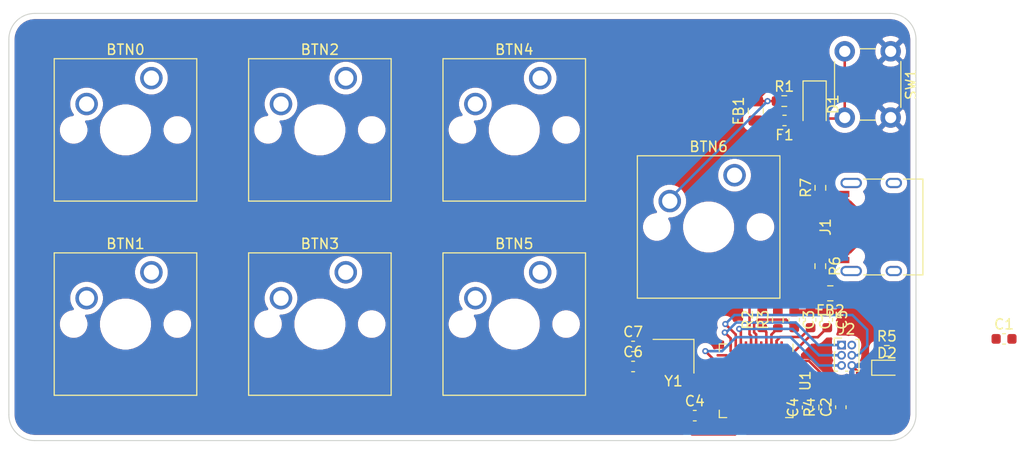
<source format=kicad_pcb>
(kicad_pcb (version 20171130) (host pcbnew 5.1.7-a382d34a8~88~ubuntu20.04.1)
  (layers (0 F.Cu signal) (31 B.Cu signal) (34 B.Paste user hide) (35 F.Paste user hide) (36 B.SilkS user hide) (37 F.SilkS user hide) (38 B.Mask user hide) (39 F.Mask user hide) (44 Edge.Cuts user))
  (net 0 "")
  (net 1 BTN0)
  (net 2 BTN1)
  (net 3 BTN2)
  (net 4 BTN3)
  (net 5 BTN4)
  (net 6 BTN5)
  (net 7 BTN6)
  (net 8 GND)
  (net 9 "Net-(C2-Pad2)")
  (net 10 "Net-(C3-Pad2)")
  (net 11 HSE_IN)
  (net 12 HSE_OUT)
  (net 13 RESET)
  (net 14 "Net-(D2-Pad2)")
  (net 15 USB_D+)
  (net 16 USB_D-)
  (net 17 "Net-(F1-Pad2)")
  (net 18 "Net-(FB2-Pad1)")
  (net 19 "Net-(J1-PadB5)")
  (net 20 "Net-(J1-PadA8)")
  (net 21 "Net-(J1-PadA5)")
  (net 22 "Net-(J1-PadB8)")
  (net 23 MISO)
  (net 24 MOSI)
  (net 25 "Net-(R2-Pad1)")
  (net 26 "Net-(R3-Pad1)")
  (net 27 "Net-(R4-Pad1)")
  (net 28 "Net-(R5-Pad1)")
  (net 29 "Net-(U1-Pad1)")
  (net 30 SCLK)
  (net 31 "Net-(U1-Pad12)")
  (net 32 "Net-(U1-Pad27)")
  (net 33 "Net-(U1-Pad28)")
  (net 34 "Net-(U1-Pad29)")
  (net 35 "Net-(U1-Pad30)")
  (net 36 "Net-(U1-Pad31)")
  (net 37 "Net-(U1-Pad32)")
  (net 38 "Net-(U1-Pad36)")
  (net 39 "Net-(U1-Pad37)")
  (net 40 "Net-(U1-Pad38)")
  (net 41 "Net-(U1-Pad39)")
  (net 42 "Net-(U1-Pad40)")
  (net 43 "Net-(U1-Pad41)")
  (net 44 +5V)
  (net 45 VBUS)
  (module Resistor_SMD:R_0603_1608Metric (layer F.Cu) (at 140.65206 87.72144)
    (fp_text reference R5 (at 0 -1.43) (layer F.SilkS))
    (fp_text value 1K)
    (fp_line (start -0.237258 -0.5225) (end 0.237258 -0.5225) (layer F.SilkS) (width 0.12))
    (fp_line (start -0.237258 0.5225) (end 0.237258 0.5225) (layer F.SilkS) (width 0.12))
    (pad 2 smd roundrect (at 0.825 0) (size 0.8 0.95) (layers F.Cu F.Paste F.Mask) (net 14 "Net-(D2-Pad2)"))
    (pad 1 smd roundrect (at -0.825 0) (size 0.8 0.95) (layers F.Cu F.Paste F.Mask) (net 9 "Net-(C2-Pad2)"))
  )
  (module Capacitor_SMD:C_0603_1608Metric (layer F.Cu) (at 121.8314 94.07652)
    (fp_text reference C4 (at 0 -1.43) (layer F.SilkS))
    (fp_text value 0.1uF)
    (fp_line (start -0.14058 -0.51) (end 0.14058 -0.51) (layer F.SilkS) (width 0.12))
    (fp_line (start -0.14058 0.51) (end 0.14058 0.51) (layer F.SilkS) (width 0.12))
    (pad 2 smd roundrect (at 0.775 0) (size 0.9 0.95) (layers F.Cu F.Paste F.Mask) (net 44 +5V))
    (pad 1 smd roundrect (at -0.775 0) (size 0.9 0.95) (layers F.Cu F.Paste F.Mask) (net 8 GND))
  )
  (module Connector_USB:USB_C_Receptacle_HRO_TYPE-C-31-M-12 (layer F.Cu) (at 140.29 75.565 90)
    (fp_text reference J1 (at 0 -5.645 90) (layer F.SilkS))
    (fp_text value TYPE-C-31-M-12)
    (fp_line (start -4.7 3.9) (end 4.7 3.9) (layer F.SilkS) (width 0.12))
    (fp_line (start 4.7 -1.9) (end 4.7 0.1) (layer F.SilkS) (width 0.12))
    (fp_line (start 4.7 2) (end 4.7 3.9) (layer F.SilkS) (width 0.12))
    (fp_line (start -4.7 -1.9) (end -4.7 0.1) (layer F.SilkS) (width 0.12))
    (fp_line (start -4.7 2) (end -4.7 3.9) (layer F.SilkS) (width 0.12))
    (pad S1 thru_hole oval (at 4.32 1.05 90) (size 1 1.6) (drill oval 0.6 1.2) (layers *.Cu *.Mask) (net 18 "Net-(FB2-Pad1)"))
    (pad "" np_thru_hole circle (at 2.89 -2.6 90) (size 0.65 0.65) (drill 0.65) (layers *.Cu *.Mask))
    (pad S1 thru_hole oval (at -4.32 1.05 90) (size 1 1.6) (drill oval 0.6 1.2) (layers *.Cu *.Mask) (net 18 "Net-(FB2-Pad1)"))
    (pad "" np_thru_hole circle (at -2.89 -2.6 90) (size 0.65 0.65) (drill 0.65) (layers *.Cu *.Mask))
    (pad S1 thru_hole oval (at -4.32 -3.13 90) (size 1 2.1) (drill oval 0.6 1.7) (layers *.Cu *.Mask) (net 18 "Net-(FB2-Pad1)"))
    (pad S1 thru_hole oval (at 4.32 -3.13 90) (size 1 2.1) (drill oval 0.6 1.7) (layers *.Cu *.Mask) (net 18 "Net-(FB2-Pad1)"))
    (pad A6 smd rect (at -0.25 -4.045 90) (size 0.3 1.45) (layers F.Cu F.Paste F.Mask) (net 15 USB_D+))
    (pad B5 smd rect (at 1.75 -4.045 90) (size 0.3 1.45) (layers F.Cu F.Paste F.Mask) (net 19 "Net-(J1-PadB5)"))
    (pad A8 smd rect (at 1.25 -4.045 90) (size 0.3 1.45) (layers F.Cu F.Paste F.Mask) (net 20 "Net-(J1-PadA8)"))
    (pad B6 smd rect (at 0.75 -4.045 90) (size 0.3 1.45) (layers F.Cu F.Paste F.Mask) (net 15 USB_D+))
    (pad A7 smd rect (at 0.25 -4.045 90) (size 0.3 1.45) (layers F.Cu F.Paste F.Mask) (net 16 USB_D-))
    (pad B7 smd rect (at -0.75 -4.045 90) (size 0.3 1.45) (layers F.Cu F.Paste F.Mask) (net 16 USB_D-))
    (pad A5 smd rect (at -1.25 -4.045 90) (size 0.3 1.45) (layers F.Cu F.Paste F.Mask) (net 21 "Net-(J1-PadA5)"))
    (pad B8 smd rect (at -1.75 -4.045 90) (size 0.3 1.45) (layers F.Cu F.Paste F.Mask) (net 22 "Net-(J1-PadB8)"))
    (pad A12 smd rect (at 3.25 -4.045 90) (size 0.6 1.45) (layers F.Cu F.Paste F.Mask) (net 8 GND))
    (pad B4 smd rect (at 2.45 -4.045 90) (size 0.6 1.45) (layers F.Cu F.Paste F.Mask) (net 45 VBUS))
    (pad A4 smd rect (at -2.45 -4.045 90) (size 0.6 1.45) (layers F.Cu F.Paste F.Mask) (net 45 VBUS))
    (pad A1 smd rect (at -3.25 -4.045 90) (size 0.6 1.45) (layers F.Cu F.Paste F.Mask) (net 8 GND))
    (pad B12 smd rect (at -3.25 -4.045 90) (size 0.6 1.45) (layers F.Cu F.Paste F.Mask) (net 8 GND))
    (pad B9 smd rect (at -2.45 -4.045 90) (size 0.6 1.45) (layers F.Cu F.Paste F.Mask) (net 45 VBUS))
    (pad A9 smd rect (at 2.45 -4.045 90) (size 0.6 1.45) (layers F.Cu F.Paste F.Mask) (net 45 VBUS))
    (pad B1 smd rect (at 3.25 -4.045 90) (size 0.6 1.45) (layers F.Cu F.Paste F.Mask) (net 8 GND))
  )
  (module Capacitor_SMD:C_0805_2012Metric (layer F.Cu) (at 135.11272 82.07248 180)
    (fp_text reference FB2 (at 0 -1.68) (layer F.SilkS))
    (fp_text value "50 @ 100MHz")
    (fp_line (start -0.261252 -0.735) (end 0.261252 -0.735) (layer F.SilkS) (width 0.12))
    (fp_line (start -0.261252 0.735) (end 0.261252 0.735) (layer F.SilkS) (width 0.12))
    (pad 1 smd roundrect (at -0.95 0 180) (size 1 1.45) (layers F.Cu F.Paste F.Mask) (net 18 "Net-(FB2-Pad1)"))
    (pad 2 smd roundrect (at 0.95 0 180) (size 1 1.45) (layers F.Cu F.Paste F.Mask) (net 8 GND))
  )
  (module Button_Switch_Keyboard:SW_Cherry_MX_1.00u_PCB (layer F.Cu) (at 68.58 60.96)
    (fp_text reference BTN0 (at -2.54 -2.794) (layer F.SilkS))
    (fp_text value CherryMX)
    (fp_line (start -9.525 12.065) (end -9.525 -1.905) (layer F.SilkS) (width 0.12))
    (fp_line (start 4.445 12.065) (end -9.525 12.065) (layer F.SilkS) (width 0.12))
    (fp_line (start 4.445 -1.905) (end 4.445 12.065) (layer F.SilkS) (width 0.12))
    (fp_line (start -9.525 -1.905) (end 4.445 -1.905) (layer F.SilkS) (width 0.12))
    (pad 1 thru_hole circle (at 0 0) (size 2.2 2.2) (drill 1.5) (layers *.Cu *.Mask) (net 1 BTN0))
    (pad 2 thru_hole circle (at -6.35 2.54) (size 2.2 2.2) (drill 1.5) (layers *.Cu *.Mask) (net 44 +5V))
    (pad "" np_thru_hole circle (at -2.54 5.08) (size 4 4) (drill 4) (layers *.Cu *.Mask))
    (pad "" np_thru_hole circle (at -7.62 5.08) (size 1.7 1.7) (drill 1.7) (layers *.Cu *.Mask))
    (pad "" np_thru_hole circle (at 2.54 5.08) (size 1.7 1.7) (drill 1.7) (layers *.Cu *.Mask))
  )
  (module Button_Switch_Keyboard:SW_Cherry_MX_1.00u_PCB (layer F.Cu) (at 68.58 80.01)
    (fp_text reference BTN1 (at -2.54 -2.794) (layer F.SilkS))
    (fp_text value CherryMX)
    (fp_line (start -9.525 -1.905) (end 4.445 -1.905) (layer F.SilkS) (width 0.12))
    (fp_line (start 4.445 -1.905) (end 4.445 12.065) (layer F.SilkS) (width 0.12))
    (fp_line (start 4.445 12.065) (end -9.525 12.065) (layer F.SilkS) (width 0.12))
    (fp_line (start -9.525 12.065) (end -9.525 -1.905) (layer F.SilkS) (width 0.12))
    (pad "" np_thru_hole circle (at 2.54 5.08) (size 1.7 1.7) (drill 1.7) (layers *.Cu *.Mask))
    (pad "" np_thru_hole circle (at -7.62 5.08) (size 1.7 1.7) (drill 1.7) (layers *.Cu *.Mask))
    (pad "" np_thru_hole circle (at -2.54 5.08) (size 4 4) (drill 4) (layers *.Cu *.Mask))
    (pad 2 thru_hole circle (at -6.35 2.54) (size 2.2 2.2) (drill 1.5) (layers *.Cu *.Mask) (net 44 +5V))
    (pad 1 thru_hole circle (at 0 0) (size 2.2 2.2) (drill 1.5) (layers *.Cu *.Mask) (net 2 BTN1))
  )
  (module Button_Switch_Keyboard:SW_Cherry_MX_1.00u_PCB (layer F.Cu) (at 87.63 60.96)
    (fp_text reference BTN2 (at -2.54 -2.794) (layer F.SilkS))
    (fp_text value CherryMX)
    (fp_line (start -9.525 12.065) (end -9.525 -1.905) (layer F.SilkS) (width 0.12))
    (fp_line (start 4.445 12.065) (end -9.525 12.065) (layer F.SilkS) (width 0.12))
    (fp_line (start 4.445 -1.905) (end 4.445 12.065) (layer F.SilkS) (width 0.12))
    (fp_line (start -9.525 -1.905) (end 4.445 -1.905) (layer F.SilkS) (width 0.12))
    (pad 1 thru_hole circle (at 0 0) (size 2.2 2.2) (drill 1.5) (layers *.Cu *.Mask) (net 3 BTN2))
    (pad 2 thru_hole circle (at -6.35 2.54) (size 2.2 2.2) (drill 1.5) (layers *.Cu *.Mask) (net 44 +5V))
    (pad "" np_thru_hole circle (at -2.54 5.08) (size 4 4) (drill 4) (layers *.Cu *.Mask))
    (pad "" np_thru_hole circle (at -7.62 5.08) (size 1.7 1.7) (drill 1.7) (layers *.Cu *.Mask))
    (pad "" np_thru_hole circle (at 2.54 5.08) (size 1.7 1.7) (drill 1.7) (layers *.Cu *.Mask))
  )
  (module Button_Switch_Keyboard:SW_Cherry_MX_1.00u_PCB (layer F.Cu) (at 87.63 80.01)
    (fp_text reference BTN3 (at -2.54 -2.794) (layer F.SilkS))
    (fp_text value CherryMX)
    (fp_line (start -9.525 12.065) (end -9.525 -1.905) (layer F.SilkS) (width 0.12))
    (fp_line (start 4.445 12.065) (end -9.525 12.065) (layer F.SilkS) (width 0.12))
    (fp_line (start 4.445 -1.905) (end 4.445 12.065) (layer F.SilkS) (width 0.12))
    (fp_line (start -9.525 -1.905) (end 4.445 -1.905) (layer F.SilkS) (width 0.12))
    (pad 1 thru_hole circle (at 0 0) (size 2.2 2.2) (drill 1.5) (layers *.Cu *.Mask) (net 4 BTN3))
    (pad 2 thru_hole circle (at -6.35 2.54) (size 2.2 2.2) (drill 1.5) (layers *.Cu *.Mask) (net 44 +5V))
    (pad "" np_thru_hole circle (at -2.54 5.08) (size 4 4) (drill 4) (layers *.Cu *.Mask))
    (pad "" np_thru_hole circle (at -7.62 5.08) (size 1.7 1.7) (drill 1.7) (layers *.Cu *.Mask))
    (pad "" np_thru_hole circle (at 2.54 5.08) (size 1.7 1.7) (drill 1.7) (layers *.Cu *.Mask))
  )
  (module Button_Switch_Keyboard:SW_Cherry_MX_1.00u_PCB (layer F.Cu) (at 106.68 60.96)
    (fp_text reference BTN4 (at -2.54 -2.794) (layer F.SilkS))
    (fp_text value CherryMX)
    (fp_line (start -9.525 -1.905) (end 4.445 -1.905) (layer F.SilkS) (width 0.12))
    (fp_line (start 4.445 -1.905) (end 4.445 12.065) (layer F.SilkS) (width 0.12))
    (fp_line (start 4.445 12.065) (end -9.525 12.065) (layer F.SilkS) (width 0.12))
    (fp_line (start -9.525 12.065) (end -9.525 -1.905) (layer F.SilkS) (width 0.12))
    (pad "" np_thru_hole circle (at 2.54 5.08) (size 1.7 1.7) (drill 1.7) (layers *.Cu *.Mask))
    (pad "" np_thru_hole circle (at -7.62 5.08) (size 1.7 1.7) (drill 1.7) (layers *.Cu *.Mask))
    (pad "" np_thru_hole circle (at -2.54 5.08) (size 4 4) (drill 4) (layers *.Cu *.Mask))
    (pad 2 thru_hole circle (at -6.35 2.54) (size 2.2 2.2) (drill 1.5) (layers *.Cu *.Mask) (net 44 +5V))
    (pad 1 thru_hole circle (at 0 0) (size 2.2 2.2) (drill 1.5) (layers *.Cu *.Mask) (net 5 BTN4))
  )
  (module Button_Switch_Keyboard:SW_Cherry_MX_1.00u_PCB (layer F.Cu) (at 106.68 80.01)
    (fp_text reference BTN5 (at -2.54 -2.794) (layer F.SilkS))
    (fp_text value CherryMX)
    (fp_line (start -9.525 -1.905) (end 4.445 -1.905) (layer F.SilkS) (width 0.12))
    (fp_line (start 4.445 -1.905) (end 4.445 12.065) (layer F.SilkS) (width 0.12))
    (fp_line (start 4.445 12.065) (end -9.525 12.065) (layer F.SilkS) (width 0.12))
    (fp_line (start -9.525 12.065) (end -9.525 -1.905) (layer F.SilkS) (width 0.12))
    (pad "" np_thru_hole circle (at 2.54 5.08) (size 1.7 1.7) (drill 1.7) (layers *.Cu *.Mask))
    (pad "" np_thru_hole circle (at -7.62 5.08) (size 1.7 1.7) (drill 1.7) (layers *.Cu *.Mask))
    (pad "" np_thru_hole circle (at -2.54 5.08) (size 4 4) (drill 4) (layers *.Cu *.Mask))
    (pad 2 thru_hole circle (at -6.35 2.54) (size 2.2 2.2) (drill 1.5) (layers *.Cu *.Mask) (net 44 +5V))
    (pad 1 thru_hole circle (at 0 0) (size 2.2 2.2) (drill 1.5) (layers *.Cu *.Mask) (net 6 BTN5))
  )
  (module Button_Switch_Keyboard:SW_Cherry_MX_1.00u_PCB (layer F.Cu) (at 125.73 70.485)
    (fp_text reference BTN6 (at -2.54 -2.794) (layer F.SilkS))
    (fp_text value CherryMX)
    (fp_line (start -9.525 12.065) (end -9.525 -1.905) (layer F.SilkS) (width 0.12))
    (fp_line (start 4.445 12.065) (end -9.525 12.065) (layer F.SilkS) (width 0.12))
    (fp_line (start 4.445 -1.905) (end 4.445 12.065) (layer F.SilkS) (width 0.12))
    (fp_line (start -9.525 -1.905) (end 4.445 -1.905) (layer F.SilkS) (width 0.12))
    (pad 1 thru_hole circle (at 0 0) (size 2.2 2.2) (drill 1.5) (layers *.Cu *.Mask) (net 7 BTN6))
    (pad 2 thru_hole circle (at -6.35 2.54) (size 2.2 2.2) (drill 1.5) (layers *.Cu *.Mask) (net 44 +5V))
    (pad "" np_thru_hole circle (at -2.54 5.08) (size 4 4) (drill 4) (layers *.Cu *.Mask))
    (pad "" np_thru_hole circle (at -7.62 5.08) (size 1.7 1.7) (drill 1.7) (layers *.Cu *.Mask))
    (pad "" np_thru_hole circle (at 2.54 5.08) (size 1.7 1.7) (drill 1.7) (layers *.Cu *.Mask))
  )
  (module Capacitor_SMD:C_0603_1608Metric (layer F.Cu) (at 133.18236 84.66806 270)
    (fp_text reference C1 (at 0 -1.43 90) (layer F.SilkS))
    (fp_text value 10uF)
    (fp_line (start -0.14058 0.51) (end 0.14058 0.51) (layer F.SilkS) (width 0.12))
    (fp_line (start -0.14058 -0.51) (end 0.14058 -0.51) (layer F.SilkS) (width 0.12))
    (pad 1 smd roundrect (at -0.775 0 270) (size 0.9 0.95) (layers F.Cu F.Paste F.Mask) (net 8 GND))
    (pad 2 smd roundrect (at 0.775 0 270) (size 0.9 0.95) (layers F.Cu F.Paste F.Mask) (net 44 +5V))
  )
  (module Capacitor_SMD:C_0603_1608Metric (layer F.Cu) (at 136.14654 93.24878 90)
    (fp_text reference C2 (at 0 -1.43 90) (layer F.SilkS))
    (fp_text value 100nf)
    (fp_line (start -0.14058 -0.51) (end 0.14058 -0.51) (layer F.SilkS) (width 0.12))
    (fp_line (start -0.14058 0.51) (end 0.14058 0.51) (layer F.SilkS) (width 0.12))
    (pad 2 smd roundrect (at 0.775 0 90) (size 0.9 0.95) (layers F.Cu F.Paste F.Mask) (net 9 "Net-(C2-Pad2)"))
    (pad 1 smd roundrect (at -0.775 0 90) (size 0.9 0.95) (layers F.Cu F.Paste F.Mask) (net 8 GND))
  )
  (module Capacitor_SMD:C_0603_1608Metric (layer F.Cu) (at 131.57708 84.6706 270)
    (fp_text reference C3 (at 0 -1.43 90) (layer F.SilkS))
    (fp_text value 1uF)
    (fp_line (start -0.14058 -0.51) (end 0.14058 -0.51) (layer F.SilkS) (width 0.12))
    (fp_line (start -0.14058 0.51) (end 0.14058 0.51) (layer F.SilkS) (width 0.12))
    (pad 2 smd roundrect (at 0.775 0 270) (size 0.9 0.95) (layers F.Cu F.Paste F.Mask) (net 10 "Net-(C3-Pad2)"))
    (pad 1 smd roundrect (at -0.775 0 270) (size 0.9 0.95) (layers F.Cu F.Paste F.Mask) (net 8 GND))
  )
  (module Capacitor_SMD:C_0603_1608Metric (layer F.Cu) (at 134.81812 84.6706 270)
    (fp_text reference C5 (at 0 -1.43 90) (layer F.SilkS))
    (fp_text value 0.1uF)
    (fp_line (start -0.14058 0.51) (end 0.14058 0.51) (layer F.SilkS) (width 0.12))
    (fp_line (start -0.14058 -0.51) (end 0.14058 -0.51) (layer F.SilkS) (width 0.12))
    (pad 1 smd roundrect (at -0.775 0 270) (size 0.9 0.95) (layers F.Cu F.Paste F.Mask) (net 8 GND))
    (pad 2 smd roundrect (at 0.775 0 270) (size 0.9 0.95) (layers F.Cu F.Paste F.Mask) (net 44 +5V))
  )
  (module Capacitor_SMD:C_0603_1608Metric (layer F.Cu) (at 115.78814 89.25052)
    (fp_text reference C6 (at 0 -1.43) (layer F.SilkS))
    (fp_text value 22pF)
    (fp_line (start -0.14058 0.51) (end 0.14058 0.51) (layer F.SilkS) (width 0.12))
    (fp_line (start -0.14058 -0.51) (end 0.14058 -0.51) (layer F.SilkS) (width 0.12))
    (pad 1 smd roundrect (at -0.775 0) (size 0.9 0.95) (layers F.Cu F.Paste F.Mask) (net 8 GND))
    (pad 2 smd roundrect (at 0.775 0) (size 0.9 0.95) (layers F.Cu F.Paste F.Mask) (net 11 HSE_IN))
  )
  (module Capacitor_SMD:C_0603_1608Metric (layer F.Cu) (at 115.78814 87.28456)
    (fp_text reference C7 (at 0 -1.43) (layer F.SilkS))
    (fp_text value 22pF)
    (fp_line (start -0.14058 0.51) (end 0.14058 0.51) (layer F.SilkS) (width 0.12))
    (fp_line (start -0.14058 -0.51) (end 0.14058 -0.51) (layer F.SilkS) (width 0.12))
    (pad 1 smd roundrect (at -0.775 0) (size 0.9 0.95) (layers F.Cu F.Paste F.Mask) (net 8 GND))
    (pad 2 smd roundrect (at 0.775 0) (size 0.9 0.95) (layers F.Cu F.Paste F.Mask) (net 12 HSE_OUT))
  )
  (module Diode_SMD:D_1206_3216Metric (layer F.Cu) (at 133.57606 63.5224 270)
    (fp_text reference D1 (at 0 -1.82 90) (layer F.SilkS))
    (fp_text value D_Small)
    (fp_line (start 1.6 -1.135) (end -2.285 -1.135) (layer F.SilkS) (width 0.12))
    (fp_line (start -2.285 -1.135) (end -2.285 1.135) (layer F.SilkS) (width 0.12))
    (fp_line (start -2.285 1.135) (end 1.6 1.135) (layer F.SilkS) (width 0.12))
    (pad 2 smd roundrect (at 1.4 0 270) (size 1.25 1.75) (layers F.Cu F.Paste F.Mask) (roundrect_rratio 0.2) (net 13 RESET))
    (pad 1 smd roundrect (at -1.4 0 270) (size 1.25 1.75) (layers F.Cu F.Paste F.Mask) (roundrect_rratio 0.2) (net 44 +5V))
  )
  (module LED_SMD:LED_0603_1608Metric (layer F.Cu) (at 140.65956 89.37244)
    (fp_text reference D2 (at 0 -1.43) (layer F.SilkS))
    (fp_text value RED)
    (fp_line (start -1.485 0.735) (end 0.8 0.735) (layer F.SilkS) (width 0.12))
    (fp_line (start -1.485 -0.735) (end -1.485 0.735) (layer F.SilkS) (width 0.12))
    (fp_line (start 0.8 -0.735) (end -1.485 -0.735) (layer F.SilkS) (width 0.12))
    (pad 1 smd roundrect (at -0.7875 0) (size 0.875 0.95) (layers F.Cu F.Paste F.Mask) (net 8 GND))
    (pad 2 smd roundrect (at 0.7875 0) (size 0.875 0.95) (layers F.Cu F.Paste F.Mask) (net 14 "Net-(D2-Pad2)"))
  )
  (module Fuse:Fuse_0603_1608Metric (layer F.Cu) (at 130.62712 65.11544 180)
    (fp_text reference F1 (at 0 -1.43) (layer F.SilkS))
    (fp_text value 500mA)
    (fp_line (start -0.162779 -0.51) (end 0.162779 -0.51) (layer F.SilkS) (width 0.12))
    (fp_line (start -0.162779 0.51) (end 0.162779 0.51) (layer F.SilkS) (width 0.12))
    (pad 2 smd roundrect (at 0.7875 0 180) (size 0.875 0.95) (layers F.Cu F.Paste F.Mask) (net 17 "Net-(F1-Pad2)"))
    (pad 1 smd roundrect (at -0.7875 0 180) (size 0.875 0.95) (layers F.Cu F.Paste F.Mask) (net 45 VBUS))
  )
  (module Connector_PinHeader_1.00mm:PinHeader_2x03_P1.00mm_Vertical (layer F.Cu) (at 136.21766 87.14994)
    (fp_text reference J2 (at 0.5 -1.56) (layer F.SilkS))
    (fp_text value ICSP)
    (fp_line (start -0.71 -0.685) (end 0 -0.685) (layer F.SilkS) (width 0.12))
    (fp_line (start -0.71 0) (end -0.71 -0.685) (layer F.SilkS) (width 0.12))
    (fp_line (start 1.394493 -0.56) (end 1.71 -0.56) (layer F.SilkS) (width 0.12))
    (fp_line (start -0.71 0.685) (end -0.608276 0.685) (layer F.SilkS) (width 0.12))
    (fp_line (start 1.71 -0.56) (end 1.71 2.56) (layer F.SilkS) (width 0.12))
    (fp_line (start -0.71 0.685) (end -0.71 2.56) (layer F.SilkS) (width 0.12))
    (fp_line (start 0.394493 2.56) (end 0.605507 2.56) (layer F.SilkS) (width 0.12))
    (fp_line (start 1.394493 2.56) (end 1.71 2.56) (layer F.SilkS) (width 0.12))
    (fp_line (start -0.71 2.56) (end -0.394493 2.56) (layer F.SilkS) (width 0.12))
    (pad 1 thru_hole rect (at 0 0) (size 0.85 0.85) (drill 0.5) (layers *.Cu *.Mask) (net 23 MISO))
    (pad 2 thru_hole oval (at 1 0) (size 0.85 0.85) (drill 0.5) (layers *.Cu *.Mask) (net 44 +5V))
    (pad 3 thru_hole oval (at 0 1) (size 0.85 0.85) (drill 0.5) (layers *.Cu *.Mask) (net 30 SCLK))
    (pad 4 thru_hole oval (at 1 1) (size 0.85 0.85) (drill 0.5) (layers *.Cu *.Mask) (net 24 MOSI))
    (pad 5 thru_hole oval (at 0 2) (size 0.85 0.85) (drill 0.5) (layers *.Cu *.Mask) (net 13 RESET))
    (pad 6 thru_hole oval (at 1 2) (size 0.85 0.85) (drill 0.5) (layers *.Cu *.Mask) (net 8 GND))
  )
  (module Resistor_SMD:R_0603_1608Metric (layer F.Cu) (at 130.60172 63.21298)
    (fp_text reference R1 (at 0 -1.43) (layer F.SilkS))
    (fp_text value 10K)
    (fp_line (start -0.237258 -0.5225) (end 0.237258 -0.5225) (layer F.SilkS) (width 0.12))
    (fp_line (start -0.237258 0.5225) (end 0.237258 0.5225) (layer F.SilkS) (width 0.12))
    (pad 2 smd roundrect (at 0.825 0) (size 0.8 0.95) (layers F.Cu F.Paste F.Mask) (net 13 RESET))
    (pad 1 smd roundrect (at -0.825 0) (size 0.8 0.95) (layers F.Cu F.Paste F.Mask) (net 44 +5V))
  )
  (module Resistor_SMD:R_0603_1608Metric (layer F.Cu) (at 128.4478 84.66182 90)
    (fp_text reference R2 (at 0 -1.43 90) (layer F.SilkS))
    (fp_text value 22)
    (fp_line (start -0.237258 0.5225) (end 0.237258 0.5225) (layer F.SilkS) (width 0.12))
    (fp_line (start -0.237258 -0.5225) (end 0.237258 -0.5225) (layer F.SilkS) (width 0.12))
    (pad 1 smd roundrect (at -0.825 0 90) (size 0.8 0.95) (layers F.Cu F.Paste F.Mask) (net 25 "Net-(R2-Pad1)"))
    (pad 2 smd roundrect (at 0.825 0 90) (size 0.8 0.95) (layers F.Cu F.Paste F.Mask) (net 15 USB_D+))
  )
  (module Resistor_SMD:R_0603_1608Metric (layer F.Cu) (at 129.9718 84.66582 90)
    (fp_text reference R3 (at 0 -1.43 90) (layer F.SilkS))
    (fp_text value 22)
    (fp_line (start -0.237258 -0.5225) (end 0.237258 -0.5225) (layer F.SilkS) (width 0.12))
    (fp_line (start -0.237258 0.5225) (end 0.237258 0.5225) (layer F.SilkS) (width 0.12))
    (pad 2 smd roundrect (at 0.825 0 90) (size 0.8 0.95) (layers F.Cu F.Paste F.Mask) (net 16 USB_D-))
    (pad 1 smd roundrect (at -0.825 0 90) (size 0.8 0.95) (layers F.Cu F.Paste F.Mask) (net 26 "Net-(R3-Pad1)"))
  )
  (module Resistor_SMD:R_0603_1608Metric (layer F.Cu) (at 134.51586 93.26422 90)
    (fp_text reference R4 (at 0 -1.43 90) (layer F.SilkS))
    (fp_text value 10K)
    (fp_line (start -0.237258 0.5225) (end 0.237258 0.5225) (layer F.SilkS) (width 0.12))
    (fp_line (start -0.237258 -0.5225) (end 0.237258 -0.5225) (layer F.SilkS) (width 0.12))
    (pad 1 smd roundrect (at -0.825 0 90) (size 0.8 0.95) (layers F.Cu F.Paste F.Mask) (net 27 "Net-(R4-Pad1)"))
    (pad 2 smd roundrect (at 0.825 0 90) (size 0.8 0.95) (layers F.Cu F.Paste F.Mask) (net 8 GND))
  )
  (module Resistor_SMD:R_0603_1608Metric (layer F.Cu) (at 134.13486 79.40548 270)
    (fp_text reference R6 (at 0 -1.43 90) (layer F.SilkS))
    (fp_text value 5.1K)
    (fp_line (start -0.237258 0.5225) (end 0.237258 0.5225) (layer F.SilkS) (width 0.12))
    (fp_line (start -0.237258 -0.5225) (end 0.237258 -0.5225) (layer F.SilkS) (width 0.12))
    (pad 1 smd roundrect (at -0.825 0 270) (size 0.8 0.95) (layers F.Cu F.Paste F.Mask) (net 21 "Net-(J1-PadA5)"))
    (pad 2 smd roundrect (at 0.825 0 270) (size 0.8 0.95) (layers F.Cu F.Paste F.Mask) (net 8 GND))
  )
  (module Resistor_SMD:R_0603_1608Metric (layer F.Cu) (at 134.14248 71.72198 90)
    (fp_text reference R7 (at 0 -1.43 90) (layer F.SilkS))
    (fp_text value 5.1K)
    (fp_line (start -0.237258 -0.5225) (end 0.237258 -0.5225) (layer F.SilkS) (width 0.12))
    (fp_line (start -0.237258 0.5225) (end 0.237258 0.5225) (layer F.SilkS) (width 0.12))
    (pad 2 smd roundrect (at 0.825 0 90) (size 0.8 0.95) (layers F.Cu F.Paste F.Mask) (net 8 GND))
    (pad 1 smd roundrect (at -0.825 0 90) (size 0.8 0.95) (layers F.Cu F.Paste F.Mask) (net 19 "Net-(J1-PadB5)"))
  )
  (module Package_DFN_QFN:QFN-44-1EP_7x7mm_P0.5mm_EP5.2x5.2mm (layer F.Cu) (at 127.84582 90.6526 270)
    (fp_text reference U1 (at 0 -4.82 90) (layer F.SilkS))
    (fp_text value ATmega32U4-MUR)
    (fp_line (start -2.885 -3.61) (end -3.61 -3.61) (layer F.SilkS) (width 0.12))
    (fp_line (start 3.61 3.61) (end 3.61 2.885) (layer F.SilkS) (width 0.12))
    (fp_line (start 2.885 3.61) (end 3.61 3.61) (layer F.SilkS) (width 0.12))
    (fp_line (start -3.61 3.61) (end -3.61 2.885) (layer F.SilkS) (width 0.12))
    (fp_line (start -2.885 3.61) (end -3.61 3.61) (layer F.SilkS) (width 0.12))
    (fp_line (start 3.61 -3.61) (end 3.61 -2.885) (layer F.SilkS) (width 0.12))
    (fp_line (start 2.885 -3.61) (end 3.61 -3.61) (layer F.SilkS) (width 0.12))
    (pad 1 smd roundrect (at -3.3375 -2.5 270) (size 1.075 0.25) (layers F.Cu F.Paste F.Mask) (net 29 "Net-(U1-Pad1)"))
    (pad 2 smd roundrect (at -3.3375 -2 270) (size 1.075 0.25) (layers F.Cu F.Paste F.Mask) (net 44 +5V))
    (pad 3 smd roundrect (at -3.3375 -1.5 270) (size 1.075 0.25) (layers F.Cu F.Paste F.Mask) (net 26 "Net-(R3-Pad1)"))
    (pad 4 smd roundrect (at -3.3375 -1 270) (size 1.075 0.25) (layers F.Cu F.Paste F.Mask) (net 25 "Net-(R2-Pad1)"))
    (pad 5 smd roundrect (at -3.3375 -0.5 270) (size 1.075 0.25) (layers F.Cu F.Paste F.Mask) (net 8 GND))
    (pad 6 smd roundrect (at -3.3375 0 270) (size 1.075 0.25) (layers F.Cu F.Paste F.Mask) (net 10 "Net-(C3-Pad2)"))
    (pad 7 smd roundrect (at -3.3375 0.5 270) (size 1.075 0.25) (layers F.Cu F.Paste F.Mask) (net 45 VBUS))
    (pad 8 smd roundrect (at -3.3375 1 270) (size 1.075 0.25) (layers F.Cu F.Paste F.Mask) (net 28 "Net-(R5-Pad1)"))
    (pad 9 smd roundrect (at -3.3375 1.5 270) (size 1.075 0.25) (layers F.Cu F.Paste F.Mask) (net 30 SCLK))
    (pad 10 smd roundrect (at -3.3375 2 270) (size 1.075 0.25) (layers F.Cu F.Paste F.Mask) (net 24 MOSI))
    (pad 11 smd roundrect (at -3.3375 2.5 270) (size 1.075 0.25) (layers F.Cu F.Paste F.Mask) (net 23 MISO))
    (pad 12 smd roundrect (at -2.5 3.3375 270) (size 0.25 1.075) (layers F.Cu F.Paste F.Mask) (net 31 "Net-(U1-Pad12)"))
    (pad 13 smd roundrect (at -2 3.3375 270) (size 0.25 1.075) (layers F.Cu F.Paste F.Mask) (net 13 RESET))
    (pad 14 smd roundrect (at -1.5 3.3375 270) (size 0.25 1.075) (layers F.Cu F.Paste F.Mask) (net 44 +5V))
    (pad 15 smd roundrect (at -1 3.3375 270) (size 0.25 1.075) (layers F.Cu F.Paste F.Mask) (net 8 GND))
    (pad 16 smd roundrect (at -0.5 3.3375 270) (size 0.25 1.075) (layers F.Cu F.Paste F.Mask) (net 12 HSE_OUT))
    (pad 17 smd roundrect (at 0 3.3375 270) (size 0.25 1.075) (layers F.Cu F.Paste F.Mask) (net 11 HSE_IN))
    (pad 18 smd roundrect (at 0.5 3.3375 270) (size 0.25 1.075) (layers F.Cu F.Paste F.Mask) (net 1 BTN0))
    (pad 19 smd roundrect (at 1 3.3375 270) (size 0.25 1.075) (layers F.Cu F.Paste F.Mask) (net 2 BTN1))
    (pad 20 smd roundrect (at 1.5 3.3375 270) (size 0.25 1.075) (layers F.Cu F.Paste F.Mask) (net 3 BTN2))
    (pad 21 smd roundrect (at 2 3.3375 270) (size 0.25 1.075) (layers F.Cu F.Paste F.Mask) (net 4 BTN3))
    (pad 22 smd roundrect (at 2.5 3.3375 270) (size 0.25 1.075) (layers F.Cu F.Paste F.Mask) (net 6 BTN5))
    (pad 23 smd roundrect (at 3.3375 2.5 270) (size 1.075 0.25) (layers F.Cu F.Paste F.Mask) (net 8 GND))
    (pad 24 smd roundrect (at 3.3375 2 270) (size 1.075 0.25) (layers F.Cu F.Paste F.Mask) (net 44 +5V))
    (pad 25 smd roundrect (at 3.3375 1.5 270) (size 1.075 0.25) (layers F.Cu F.Paste F.Mask) (net 5 BTN4))
    (pad 26 smd roundrect (at 3.3375 1 270) (size 1.075 0.25) (layers F.Cu F.Paste F.Mask) (net 7 BTN6))
    (pad 27 smd roundrect (at 3.3375 0.5 270) (size 1.075 0.25) (layers F.Cu F.Paste F.Mask) (net 32 "Net-(U1-Pad27)"))
    (pad 28 smd roundrect (at 3.3375 0 270) (size 1.075 0.25) (layers F.Cu F.Paste F.Mask) (net 33 "Net-(U1-Pad28)"))
    (pad 29 smd roundrect (at 3.3375 -0.5 270) (size 1.075 0.25) (layers F.Cu F.Paste F.Mask) (net 34 "Net-(U1-Pad29)"))
    (pad 30 smd roundrect (at 3.3375 -1 270) (size 1.075 0.25) (layers F.Cu F.Paste F.Mask) (net 35 "Net-(U1-Pad30)"))
    (pad 31 smd roundrect (at 3.3375 -1.5 270) (size 1.075 0.25) (layers F.Cu F.Paste F.Mask) (net 36 "Net-(U1-Pad31)"))
    (pad 32 smd roundrect (at 3.3375 -2 270) (size 1.075 0.25) (layers F.Cu F.Paste F.Mask) (net 37 "Net-(U1-Pad32)"))
    (pad 33 smd roundrect (at 3.3375 -2.5 270) (size 1.075 0.25) (layers F.Cu F.Paste F.Mask) (net 27 "Net-(R4-Pad1)"))
    (pad 34 smd roundrect (at 2.5 -3.3375 270) (size 0.25 1.075) (layers F.Cu F.Paste F.Mask) (net 44 +5V))
    (pad 35 smd roundrect (at 2 -3.3375 270) (size 0.25 1.075) (layers F.Cu F.Paste F.Mask) (net 8 GND))
    (pad 36 smd roundrect (at 1.5 -3.3375 270) (size 0.25 1.075) (layers F.Cu F.Paste F.Mask) (net 38 "Net-(U1-Pad36)"))
    (pad 37 smd roundrect (at 1 -3.3375 270) (size 0.25 1.075) (layers F.Cu F.Paste F.Mask) (net 39 "Net-(U1-Pad37)"))
    (pad 38 smd roundrect (at 0.5 -3.3375 270) (size 0.25 1.075) (layers F.Cu F.Paste F.Mask) (net 40 "Net-(U1-Pad38)"))
    (pad 39 smd roundrect (at 0 -3.3375 270) (size 0.25 1.075) (layers F.Cu F.Paste F.Mask) (net 41 "Net-(U1-Pad39)"))
    (pad 40 smd roundrect (at -0.5 -3.3375 270) (size 0.25 1.075) (layers F.Cu F.Paste F.Mask) (net 42 "Net-(U1-Pad40)"))
    (pad 41 smd roundrect (at -1 -3.3375 270) (size 0.25 1.075) (layers F.Cu F.Paste F.Mask) (net 43 "Net-(U1-Pad41)"))
    (pad 42 smd roundrect (at -1.5 -3.3375 270) (size 0.25 1.075) (layers F.Cu F.Paste F.Mask) (net 9 "Net-(C2-Pad2)"))
    (pad 43 smd roundrect (at -2 -3.3375 270) (size 0.25 1.075) (layers F.Cu F.Paste F.Mask) (net 8 GND))
    (pad 44 smd roundrect (at -2.5 -3.3375 270) (size 0.25 1.075) (layers F.Cu F.Paste F.Mask) (net 44 +5V))
    (pad 45 smd rect (at 0 0 270) (size 5.2 5.2) (layers F.Cu F.Mask) (net 8 GND))
  )
  (module Crystal:Crystal_SMD_3225-4Pin_3.2x2.5mm (layer F.Cu) (at 119.74848 88.24304 180)
    (fp_text reference Y1 (at 0 -2.45) (layer F.SilkS))
    (fp_text value X322516MLB4SI)
    (fp_line (start -2 -1.65) (end -2 1.65) (layer F.SilkS) (width 0.12))
    (fp_line (start -2 1.65) (end 2 1.65) (layer F.SilkS) (width 0.12))
    (pad 4 smd rect (at -1.1 -0.85 180) (size 1.4 1.2) (layers F.Cu F.Paste F.Mask) (net 8 GND))
    (pad 3 smd rect (at 1.1 -0.85 180) (size 1.4 1.2) (layers F.Cu F.Paste F.Mask) (net 11 HSE_IN))
    (pad 2 smd rect (at 1.1 0.85 180) (size 1.4 1.2) (layers F.Cu F.Paste F.Mask) (net 8 GND))
    (pad 1 smd rect (at -1.1 0.85 180) (size 1.4 1.2) (layers F.Cu F.Paste F.Mask) (net 12 HSE_OUT))
  )
  (module Capacitor_SMD:C_0603_1608Metric (layer F.Cu) (at 132.88772 93.27358 90)
    (fp_text reference C4 (at 0 -1.43 90) (layer F.SilkS))
    (fp_text value 0.1uF)
    (fp_line (start -0.14058 -0.51) (end 0.14058 -0.51) (layer F.SilkS) (width 0.12))
    (fp_line (start -0.14058 0.51) (end 0.14058 0.51) (layer F.SilkS) (width 0.12))
    (pad 1 smd roundrect (at -0.775 0 90) (size 0.9 0.95) (layers F.Cu F.Paste F.Mask) (net 8 GND))
    (pad 2 smd roundrect (at 0.775 0 90) (size 0.9 0.95) (layers F.Cu F.Paste F.Mask) (net 44 +5V))
  )
  (module Capacitor_SMD:C_0805_2012Metric (layer F.Cu) (at 127.81026 64.17822 90)
    (fp_text reference FB1 (at 0 -1.68 90) (layer F.SilkS))
    (fp_text value "50 @ 100MHz")
    (fp_line (start -0.261252 0.735) (end 0.261252 0.735) (layer F.SilkS) (width 0.12))
    (fp_line (start -0.261252 -0.735) (end 0.261252 -0.735) (layer F.SilkS) (width 0.12))
    (pad 2 smd roundrect (at 0.95 0 90) (size 1 1.45) (layers F.Cu F.Paste F.Mask) (net 44 +5V))
    (pad 1 smd roundrect (at -0.95 0 90) (size 1 1.45) (layers F.Cu F.Paste F.Mask) (net 17 "Net-(F1-Pad2)"))
  )
  (module Button_Switch_THT:SW_PUSH_6mm_H5mm (layer F.Cu) (at 141.02842 58.32856 270)
    (fp_text reference SW1 (at 3.25 -2 90) (layer F.SilkS))
    (fp_text value SW_Push)
    (fp_line (start 1 5.5) (end 5.5 5.5) (layer F.SilkS) (width 0.12))
    (fp_line (start -0.25 1.5) (end -0.25 3) (layer F.SilkS) (width 0.12))
    (fp_line (start 5.5 -1) (end 1 -1) (layer F.SilkS) (width 0.12))
    (fp_line (start 6.75 3) (end 6.75 1.5) (layer F.SilkS) (width 0.12))
    (pad 2 thru_hole circle (at 0 4.5) (size 2 2) (drill 1.1) (layers *.Cu *.Mask) (net 13 RESET))
    (pad 1 thru_hole circle (at 0 0) (size 2 2) (drill 1.1) (layers *.Cu *.Mask) (net 8 GND))
    (pad 2 thru_hole circle (at 6.5 4.5) (size 2 2) (drill 1.1) (layers *.Cu *.Mask) (net 13 RESET))
    (pad 1 thru_hole circle (at 6.5 0) (size 2 2) (drill 1.1) (layers *.Cu *.Mask) (net 8 GND))
  )
  (module Capacitor_SMD:C_0603_1608Metric (layer F.Cu) (at 152.14092 86.54288)
    (fp_text reference C1 (at 0 -1.43) (layer F.SilkS))
    (fp_text value 10uF)
    (fp_line (start -0.14058 0.51) (end 0.14058 0.51) (layer F.SilkS) (width 0.12))
    (fp_line (start -0.14058 -0.51) (end 0.14058 -0.51) (layer F.SilkS) (width 0.12))
    (pad 1 smd roundrect (at -0.775 0) (size 0.9 0.95) (layers F.Cu F.Paste F.Mask) (net 8 GND))
    (pad 2 smd roundrect (at 0.775 0) (size 0.9 0.95) (layers F.Cu F.Paste F.Mask) (net 44 +5V))
  )
  (gr_line (start 140.97 96.52) (end 137.16 96.52) (layer Edge.Cuts) (width 0.1))
  (gr_line (start 137.16 54.61) (end 140.97 54.61) (layer Edge.Cuts) (width 0.1))
  (gr_line (start 143.51 57.15) (end 143.51 93.98) (layer Edge.Cuts) (width 0.1))
  (gr_arc (start 140.97 93.98) (end 140.97 96.52) (angle -90) (layer Edge.Cuts) (width 0.1))
  (gr_arc (start 140.97 57.15) (end 143.51 57.15) (angle -90) (layer Edge.Cuts) (width 0.1))
  (gr_line (start 137.16 96.52) (end 134.62 96.52) (layer Edge.Cuts) (width 0.1))
  (gr_line (start 135.89 54.61) (end 137.16 54.61) (layer Edge.Cuts) (width 0.1))
  (gr_arc (start 57.15 93.98) (end 54.61 93.98) (angle -90) (layer Edge.Cuts) (width 0.1))
  (gr_arc (start 57.15 57.15) (end 57.15 54.61) (angle -90) (layer Edge.Cuts) (width 0.1))
  (gr_line (start 54.61 57.15) (end 54.61 93.98) (layer Edge.Cuts) (width 0.1))
  (gr_line (start 57.15 96.52) (end 134.62 96.52) (layer Edge.Cuts) (width 0.1))
  (gr_line (start 57.15 54.61) (end 135.89 54.61) (layer Edge.Cuts) (width 0.1))
  (segment (start 126.34582 94.712032) (end 125.594062 95.46379) (width 0.25) (layer F.Cu) (net 5))
  (segment (start 126.34582 93.9901) (end 126.34582 94.712032) (width 0.25) (layer F.Cu) (net 5))
  (segment (start 125.594062 95.46379) (end 121.30829 95.46379) (width 0.25) (layer F.Cu) (net 5))
  (segment (start 126.84582 94.848442) (end 125.780462 95.9138) (width 0.25) (layer F.Cu) (net 7))
  (segment (start 126.84582 93.9901) (end 126.84582 94.848442) (width 0.25) (layer F.Cu) (net 7))
  (segment (start 125.780462 95.9138) (end 121.55678 95.9138) (width 0.25) (layer F.Cu) (net 7))
  (segment (start 137.7442 90.29813) (end 137.7442 89.67648) (width 0.25) (layer F.Cu) (net 8))
  (segment (start 135.26868 90.96205) (end 137.08028 90.96205) (width 0.25) (layer F.Cu) (net 8))
  (segment (start 137.7442 89.67648) (end 137.21766 89.14994) (width 0.25) (layer F.Cu) (net 8))
  (segment (start 133.009221 88.702591) (end 135.26868 90.96205) (width 0.25) (layer F.Cu) (net 8))
  (segment (start 137.08028 90.96205) (end 137.7442 90.29813) (width 0.25) (layer F.Cu) (net 8))
  (segment (start 131.32583 88.70259) (end 133.009221 88.702591) (width 0.25) (layer F.Cu) (net 8))
  (segment (start 131.27584 88.6526) (end 131.32583 88.70259) (width 0.25) (layer F.Cu) (net 8))
  (segment (start 131.18332 88.6526) (end 131.27584 88.6526) (width 0.25) (layer F.Cu) (net 8))
  (segment (start 136.14654 92.47378) (end 136.144 92.47378) (width 0.25) (layer F.Cu) (net 9))
  (segment (start 136.144 92.47378) (end 132.82282 89.1526) (width 0.25) (layer F.Cu) (net 9))
  (segment (start 132.322818 89.1526) (end 131.18332 89.1526) (width 0.25) (layer F.Cu) (net 9))
  (segment (start 132.82282 89.1526) (end 132.322818 89.1526) (width 0.25) (layer F.Cu) (net 9))
  (segment (start 127.64779 85.069352) (end 128.061482 84.65566) (width 0.25) (layer F.Cu) (net 10))
  (segment (start 127.64779 85.904288) (end 127.64779 85.069352) (width 0.25) (layer F.Cu) (net 10))
  (segment (start 127.84582 86.102318) (end 127.64779 85.904288) (width 0.25) (layer F.Cu) (net 10))
  (segment (start 127.84582 87.3151) (end 127.84582 86.102318) (width 0.25) (layer F.Cu) (net 10))
  (segment (start 130.78714 84.65566) (end 131.57708 85.4456) (width 0.25) (layer F.Cu) (net 10))
  (segment (start 128.061482 84.65566) (end 130.78714 84.65566) (width 0.25) (layer F.Cu) (net 10))
  (segment (start 120.20804 90.6526) (end 118.64848 89.09304) (width 0.25) (layer F.Cu) (net 11))
  (segment (start 124.50832 90.6526) (end 120.20804 90.6526) (width 0.25) (layer F.Cu) (net 11))
  (segment (start 116.72062 89.09304) (end 116.56314 89.25052) (width 0.25) (layer F.Cu) (net 11))
  (segment (start 118.64848 89.09304) (end 116.72062 89.09304) (width 0.25) (layer F.Cu) (net 11))
  (segment (start 121.163238 87.39304) (end 120.84848 87.39304) (width 0.25) (layer F.Cu) (net 12))
  (segment (start 123.922798 90.1526) (end 121.163238 87.39304) (width 0.25) (layer F.Cu) (net 12))
  (segment (start 124.50832 90.1526) (end 123.922798 90.1526) (width 0.25) (layer F.Cu) (net 12))
  (segment (start 120.84848 87.39304) (end 119.56144 86.106) (width 0.25) (layer F.Cu) (net 12))
  (segment (start 117.7417 86.106) (end 116.56314 87.28456) (width 0.25) (layer F.Cu) (net 12))
  (segment (start 119.56144 86.106) (end 117.7417 86.106) (width 0.25) (layer F.Cu) (net 12))
  (via (at 122.86742 87.7443) (size 0.6) (drill 0.3) (layers F.Cu B.Cu) (net 13))
  (segment (start 123.77572 88.6526) (end 122.86742 87.7443) (width 0.25) (layer F.Cu) (net 13))
  (segment (start 124.50832 88.6526) (end 123.77572 88.6526) (width 0.25) (layer F.Cu) (net 13))
  (segment (start 136.21766 89.14994) (end 133.99364 89.14994) (width 0.25) (layer B.Cu) (net 13))
  (segment (start 131.21894 86.37524) (end 125.87732 86.37524) (width 0.25) (layer B.Cu) (net 13))
  (segment (start 133.99364 89.14994) (end 131.21894 86.37524) (width 0.25) (layer B.Cu) (net 13))
  (segment (start 124.50826 87.7443) (end 122.86742 87.7443) (width 0.25) (layer B.Cu) (net 13))
  (segment (start 125.87732 86.37524) (end 124.50826 87.7443) (width 0.25) (layer B.Cu) (net 13))
  (segment (start 131.86664 63.21298) (end 133.57606 64.9224) (width 0.25) (layer F.Cu) (net 13))
  (segment (start 131.42672 63.21298) (end 131.86664 63.21298) (width 0.25) (layer F.Cu) (net 13))
  (segment (start 136.43458 64.9224) (end 136.52842 64.82856) (width 0.25) (layer F.Cu) (net 13))
  (segment (start 133.57606 64.9224) (end 136.43458 64.9224) (width 0.25) (layer F.Cu) (net 13))
  (segment (start 136.52842 64.82856) (end 136.52842 58.32856) (width 0.25) (layer F.Cu) (net 13))
  (segment (start 141.47706 89.34244) (end 141.44706 89.37244) (width 0.25) (layer F.Cu) (net 14))
  (segment (start 141.47706 87.72144) (end 141.47706 89.34244) (width 0.25) (layer F.Cu) (net 14))
  (segment (start 128.4478 83.83682) (end 128.4478 81.0641) (width 0.25) (layer F.Cu) (net 15))
  (segment (start 133.6969 75.815) (end 136.245 75.815) (width 0.25) (layer F.Cu) (net 15))
  (segment (start 128.4478 81.0641) (end 133.6969 75.815) (width 0.25) (layer F.Cu) (net 15))
  (segment (start 134.6969 74.815) (end 133.6969 75.815) (width 0.25) (layer F.Cu) (net 15))
  (segment (start 136.245 74.815) (end 134.6969 74.815) (width 0.25) (layer F.Cu) (net 15))
  (segment (start 129.9718 83.44082) (end 128.89781 82.36683) (width 0.25) (layer F.Cu) (net 16))
  (segment (start 129.9718 83.84082) (end 129.9718 83.44082) (width 0.25) (layer F.Cu) (net 16))
  (segment (start 128.89781 82.36683) (end 128.89781 81.2505) (width 0.25) (layer F.Cu) (net 16))
  (segment (start 133.83331 76.315) (end 136.245 76.315) (width 0.25) (layer F.Cu) (net 16))
  (segment (start 128.89781 81.2505) (end 133.83331 76.315) (width 0.25) (layer F.Cu) (net 16))
  (segment (start 137.205002 76.315) (end 137.48258 76.037422) (width 0.25) (layer F.Cu) (net 16))
  (segment (start 136.245 76.315) (end 137.205002 76.315) (width 0.25) (layer F.Cu) (net 16))
  (segment (start 137.205002 75.315) (end 136.245 75.315) (width 0.25) (layer F.Cu) (net 16))
  (segment (start 137.48258 75.592578) (end 137.205002 75.315) (width 0.25) (layer F.Cu) (net 16))
  (segment (start 137.48258 76.037422) (end 137.48258 75.592578) (width 0.25) (layer F.Cu) (net 16))
  (segment (start 127.82304 65.11544) (end 127.81026 65.12822) (width 0.25) (layer F.Cu) (net 17))
  (segment (start 129.83962 65.11544) (end 127.82304 65.11544) (width 0.25) (layer F.Cu) (net 17))
  (segment (start 135.8493 73.815) (end 135.834 73.7997) (width 0.25) (layer F.Cu) (net 19))
  (segment (start 136.245 73.815) (end 135.8493 73.815) (width 0.25) (layer F.Cu) (net 19))
  (segment (start 135.4105 73.815) (end 134.14248 72.54698) (width 0.25) (layer F.Cu) (net 19))
  (segment (start 136.245 73.815) (end 135.4105 73.815) (width 0.25) (layer F.Cu) (net 19))
  (segment (start 136.187261 76.839999) (end 134.660721 76.839999) (width 0.25) (layer F.Cu) (net 21))
  (segment (start 136.21226 76.815) (end 136.187261 76.839999) (width 0.25) (layer F.Cu) (net 21))
  (segment (start 136.245 76.815) (end 136.21226 76.815) (width 0.25) (layer F.Cu) (net 21))
  (segment (start 134.13486 77.36586) (end 134.13486 78.58048) (width 0.25) (layer F.Cu) (net 21))
  (segment (start 134.660721 76.839999) (end 134.13486 77.36586) (width 0.25) (layer F.Cu) (net 21))
  (segment (start 125.35662 87.3043) (end 125.34582 87.3151) (width 0.25) (layer F.Cu) (net 23))
  (via (at 124.771694 85.914739) (size 0.6) (drill 0.3) (layers F.Cu B.Cu) (net 23))
  (segment (start 125.34582 86.488865) (end 124.771694 85.914739) (width 0.25) (layer F.Cu) (net 23))
  (segment (start 125.34582 87.3151) (end 125.34582 86.488865) (width 0.25) (layer F.Cu) (net 23))
  (segment (start 125.887181 84.937457) (end 131.731877 84.937457) (width 0.25) (layer B.Cu) (net 23))
  (segment (start 124.909899 85.914739) (end 125.887181 84.937457) (width 0.25) (layer B.Cu) (net 23))
  (segment (start 124.771694 85.914739) (end 124.909899 85.914739) (width 0.25) (layer B.Cu) (net 23))
  (segment (start 133.94436 87.14994) (end 136.21766 87.14994) (width 0.25) (layer B.Cu) (net 23))
  (segment (start 131.731877 84.937457) (end 133.94436 87.14994) (width 0.25) (layer B.Cu) (net 23))
  (via (at 124.8283 85.08746) (size 0.6) (drill 0.3) (layers F.Cu B.Cu) (net 24))
  (segment (start 125.84582 86.10498) (end 124.8283 85.08746) (width 0.25) (layer F.Cu) (net 24))
  (segment (start 125.84582 87.3151) (end 125.84582 86.10498) (width 0.25) (layer F.Cu) (net 24))
  (segment (start 124.8283 85.08746) (end 125.71222 84.20354) (width 0.25) (layer B.Cu) (net 24))
  (segment (start 125.71222 84.20354) (end 137.28446 84.20354) (width 0.25) (layer B.Cu) (net 24))
  (segment (start 137.28446 84.20354) (end 138.73226 85.65134) (width 0.25) (layer B.Cu) (net 24))
  (segment (start 137.8187 88.14994) (end 137.21766 88.14994) (width 0.25) (layer B.Cu) (net 24))
  (segment (start 138.73226 87.23638) (end 137.8187 88.14994) (width 0.25) (layer B.Cu) (net 24))
  (segment (start 138.73226 85.65134) (end 138.73226 87.23638) (width 0.25) (layer B.Cu) (net 24))
  (segment (start 128.84582 85.88484) (end 128.4478 85.48682) (width 0.25) (layer F.Cu) (net 25))
  (segment (start 128.84582 87.3151) (end 128.84582 85.88484) (width 0.25) (layer F.Cu) (net 25))
  (segment (start 129.34582 86.1168) (end 129.9718 85.49082) (width 0.25) (layer F.Cu) (net 26))
  (segment (start 129.34582 87.3151) (end 129.34582 86.1168) (width 0.25) (layer F.Cu) (net 26))
  (segment (start 130.34582 93.9901) (end 130.34582 94.66644) (width 0.25) (layer F.Cu) (net 27))
  (segment (start 130.34582 94.66644) (end 130.74142 95.06204) (width 0.25) (layer F.Cu) (net 27))
  (segment (start 130.74142 95.06204) (end 134.13232 95.06204) (width 0.25) (layer F.Cu) (net 27))
  (segment (start 134.51586 94.6785) (end 134.51586 94.08922) (width 0.25) (layer F.Cu) (net 27))
  (segment (start 134.13232 95.06204) (end 134.51586 94.6785) (width 0.25) (layer F.Cu) (net 27))
  (via (at 126.187182 85.562458) (size 0.6) (drill 0.3) (layers F.Cu B.Cu) (net 30))
  (segment (start 126.34582 85.721096) (end 126.187182 85.562458) (width 0.25) (layer F.Cu) (net 30))
  (segment (start 126.34582 87.3151) (end 126.34582 85.721096) (width 0.25) (layer F.Cu) (net 30))
  (segment (start 134.00202 88.14994) (end 136.21766 88.14994) (width 0.25) (layer B.Cu) (net 30))
  (segment (start 131.414538 85.562458) (end 134.00202 88.14994) (width 0.25) (layer B.Cu) (net 30))
  (segment (start 126.187182 85.562458) (end 131.414538 85.562458) (width 0.25) (layer B.Cu) (net 30))
  (segment (start 127.8255 63.21298) (end 127.81026 63.22822) (width 0.25) (layer F.Cu) (net 44))
  (segment (start 128.12776 62.91072) (end 127.81026 63.22822) (width 0.25) (layer F.Cu) (net 44))
  (segment (start 128.91608 62.1224) (end 127.81026 63.22822) (width 0.25) (layer F.Cu) (net 44))
  (segment (start 133.57606 62.1224) (end 128.91608 62.1224) (width 0.25) (layer F.Cu) (net 44))
  (via (at 128.96342 63.21298) (size 0.6) (drill 0.3) (layers F.Cu B.Cu) (net 44))
  (segment (start 128.97866 63.21298) (end 128.96342 63.21298) (width 0.25) (layer F.Cu) (net 44))
  (segment (start 129.77672 63.21298) (end 128.97866 63.21298) (width 0.25) (layer F.Cu) (net 44))
  (segment (start 128.97866 63.21298) (end 127.8255 63.21298) (width 0.25) (layer F.Cu) (net 44))
  (segment (start 119.38 72.7964) (end 119.38 73.025) (width 0.25) (layer B.Cu) (net 44))
  (segment (start 128.96342 63.21298) (end 119.38 72.7964) (width 0.25) (layer B.Cu) (net 44))
  (segment (start 129.84582 86.729578) (end 130.220478 86.35492) (width 0.25) (layer F.Cu) (net 44))
  (segment (start 129.84582 87.3151) (end 129.84582 86.729578) (width 0.25) (layer F.Cu) (net 44))
  (segment (start 132.2705 86.35492) (end 133.18236 85.44306) (width 0.25) (layer F.Cu) (net 44))
  (segment (start 130.220478 86.35492) (end 132.2705 86.35492) (width 0.25) (layer F.Cu) (net 44))
  (segment (start 131.22084 88.1526) (end 132.9982 86.37524) (width 0.25) (layer F.Cu) (net 44))
  (segment (start 131.18332 88.1526) (end 131.22084 88.1526) (width 0.25) (layer F.Cu) (net 44))
  (segment (start 133.88848 86.37524) (end 134.81812 85.4456) (width 0.25) (layer F.Cu) (net 44))
  (segment (start 132.9982 86.37524) (end 133.88848 86.37524) (width 0.25) (layer F.Cu) (net 44))
  (segment (start 132.2337 93.1526) (end 132.88772 92.49858) (width 0.25) (layer F.Cu) (net 44))
  (segment (start 131.18332 93.1526) (end 132.2337 93.1526) (width 0.25) (layer F.Cu) (net 44))
  (segment (start 125.84582 94.575622) (end 125.407662 95.01378) (width 0.25) (layer F.Cu) (net 44))
  (segment (start 125.84582 93.9901) (end 125.84582 94.575622) (width 0.25) (layer F.Cu) (net 44))
  (segment (start 125.407662 95.01378) (end 122.90044 95.01378) (width 0.25) (layer F.Cu) (net 44))
  (segment (start 122.6064 94.71974) (end 122.6064 94.07652) (width 0.25) (layer F.Cu) (net 44))
  (segment (start 122.90044 95.01378) (end 122.6064 94.71974) (width 0.25) (layer F.Cu) (net 44))
  (segment (start 137.050002 78.015) (end 137.98296 77.082042) (width 0.3) (layer F.Cu) (net 45))
  (segment (start 136.245 78.015) (end 137.050002 78.015) (width 0.3) (layer F.Cu) (net 45))
  (segment (start 137.050002 73.115) (end 136.245 73.115) (width 0.3) (layer F.Cu) (net 45))
  (segment (start 137.98296 74.047958) (end 137.050002 73.115) (width 0.3) (layer F.Cu) (net 45))
  (segment (start 137.98296 77.082042) (end 137.98296 74.047958) (width 0.3) (layer F.Cu) (net 45))
  (segment (start 135.194999 72.875001) (end 135.194999 68.895819) (width 0.25) (layer F.Cu) (net 45))
  (segment (start 135.434998 73.115) (end 135.194999 72.875001) (width 0.25) (layer F.Cu) (net 45))
  (segment (start 135.194999 68.895819) (end 131.41462 65.11544) (width 0.25) (layer F.Cu) (net 45))
  (segment (start 136.245 73.115) (end 135.434998 73.115) (width 0.25) (layer F.Cu) (net 45))
  (segment (start 127.19778 86.090688) (end 127.19778 81.67771) (width 0.25) (layer F.Cu) (net 45))
  (segment (start 127.34582 86.238728) (end 127.19778 86.090688) (width 0.25) (layer F.Cu) (net 45))
  (segment (start 127.34582 87.3151) (end 127.34582 86.238728) (width 0.25) (layer F.Cu) (net 45))
  (segment (start 131.41462 77.46087) (end 131.41462 65.11544) (width 0.25) (layer F.Cu) (net 45))
  (segment (start 127.19778 81.67771) (end 131.41462 77.46087) (width 0.25) (layer F.Cu) (net 45))
  (zone (net 8) (net_name GND) (layer F.Cu) (connect_pads (clearance 0.508)) (min_thickness 0.254) (fill yes (arc_segments 32) (thermal_gap 0.508) (thermal_bridge_width 0.508))
    (polygon (pts (xy 145.86966 53.64226) (xy 145.76298 97.30232) (xy 54.19344 97.92462) (xy 53.74132 53.29428)))
  )
  (zone (net 8) (net_name GND) (layer B.Cu) (connect_pads (clearance 0.508)) (min_thickness 0.254) (fill yes (arc_segments 32) (thermal_gap 0.508) (thermal_bridge_width 0.508))
    (polygon (pts (xy 145.86966 53.64226) (xy 145.76298 97.30232) (xy 54.19344 97.92462) (xy 53.74132 53.29428)))
  )
)
</source>
